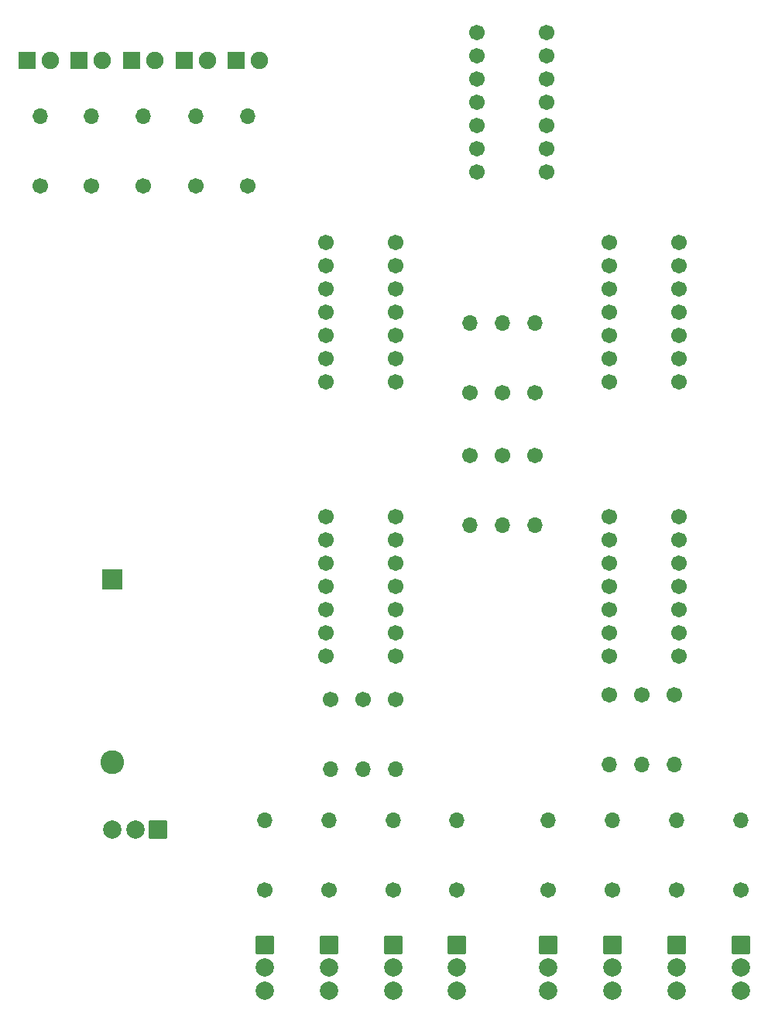
<source format=gts>
%TF.GenerationSoftware,KiCad,Pcbnew,(6.0.4-0)*%
%TF.CreationDate,2022-06-01T22:19:22+01:00*%
%TF.ProjectId,4-bitAdder,342d6269-7441-4646-9465-722e6b696361,v1.0*%
%TF.SameCoordinates,Original*%
%TF.FileFunction,Soldermask,Top*%
%TF.FilePolarity,Negative*%
%FSLAX46Y46*%
G04 Gerber Fmt 4.6, Leading zero omitted, Abs format (unit mm)*
G04 Created by KiCad (PCBNEW (6.0.4-0)) date 2022-06-01 22:19:22*
%MOMM*%
%LPD*%
G01*
G04 APERTURE LIST*
G04 Aperture macros list*
%AMRoundRect*
0 Rectangle with rounded corners*
0 $1 Rounding radius*
0 $2 $3 $4 $5 $6 $7 $8 $9 X,Y pos of 4 corners*
0 Add a 4 corners polygon primitive as box body*
4,1,4,$2,$3,$4,$5,$6,$7,$8,$9,$2,$3,0*
0 Add four circle primitives for the rounded corners*
1,1,$1+$1,$2,$3*
1,1,$1+$1,$4,$5*
1,1,$1+$1,$6,$7*
1,1,$1+$1,$8,$9*
0 Add four rect primitives between the rounded corners*
20,1,$1+$1,$2,$3,$4,$5,0*
20,1,$1+$1,$4,$5,$6,$7,0*
20,1,$1+$1,$6,$7,$8,$9,0*
20,1,$1+$1,$8,$9,$2,$3,0*%
G04 Aperture macros list end*
%ADD10C,1.701800*%
%ADD11C,1.701600*%
%ADD12O,1.701600X1.701600*%
%ADD13RoundRect,0.050800X-0.900000X-0.900000X0.900000X-0.900000X0.900000X0.900000X-0.900000X0.900000X0*%
%ADD14C,1.901600*%
%ADD15RoundRect,0.050800X-1.085000X1.085000X-1.085000X-1.085000X1.085000X-1.085000X1.085000X1.085000X0*%
%ADD16C,2.601600*%
%ADD17RoundRect,0.050800X0.950000X0.950000X-0.950000X0.950000X-0.950000X-0.950000X0.950000X-0.950000X0*%
%ADD18C,2.001600*%
%ADD19RoundRect,0.050800X-0.950000X0.950000X-0.950000X-0.950000X0.950000X-0.950000X0.950000X0.950000X0*%
G04 APERTURE END LIST*
D10*
X107497850Y-83396000D03*
X107497850Y-85936000D03*
X107497850Y-88476000D03*
X107497850Y-91016000D03*
X107497850Y-93556000D03*
X107497850Y-96096000D03*
X107497850Y-98636000D03*
X115117850Y-98636000D03*
X115117850Y-96096000D03*
X115117850Y-93556000D03*
X115117850Y-91016000D03*
X115117850Y-88476000D03*
X115117850Y-85936000D03*
X115117850Y-83396000D03*
D11*
X50780000Y-77216000D03*
D12*
X50780000Y-69596000D03*
D10*
X107497850Y-113396000D03*
X107497850Y-115936000D03*
X107497850Y-118476000D03*
X107497850Y-121016000D03*
X107497850Y-123556000D03*
X107497850Y-126096000D03*
X107497850Y-128636000D03*
X115117850Y-128636000D03*
X115117850Y-126096000D03*
X115117850Y-123556000D03*
X115117850Y-121016000D03*
X115117850Y-118476000D03*
X115117850Y-115936000D03*
X115117850Y-113396000D03*
D13*
X49505000Y-63500000D03*
D14*
X52045000Y-63500000D03*
D13*
X55230000Y-63500000D03*
D14*
X57770000Y-63500000D03*
D11*
X62230000Y-77216000D03*
D12*
X62230000Y-69596000D03*
D15*
X53114000Y-120240300D03*
D16*
X53114000Y-140240300D03*
D17*
X58114000Y-147616000D03*
D18*
X55614000Y-147616000D03*
X53114000Y-147616000D03*
D11*
X107814000Y-154186000D03*
D12*
X107814000Y-146566000D03*
D11*
X76962000Y-133350000D03*
D12*
X76962000Y-140970000D03*
D19*
X76814000Y-160186000D03*
D18*
X76814000Y-162686000D03*
X76814000Y-165186000D03*
D11*
X99314000Y-99822000D03*
D12*
X99314000Y-92202000D03*
D11*
X84074000Y-133350000D03*
D12*
X84074000Y-140970000D03*
D11*
X90814000Y-154186000D03*
D12*
X90814000Y-146566000D03*
D11*
X92202000Y-106680000D03*
D12*
X92202000Y-114300000D03*
D19*
X90814000Y-160186000D03*
D18*
X90814000Y-162686000D03*
X90814000Y-165186000D03*
D11*
X110998000Y-132842000D03*
D12*
X110998000Y-140462000D03*
D11*
X56505000Y-77216000D03*
D12*
X56505000Y-69596000D03*
D11*
X95758000Y-99822000D03*
D12*
X95758000Y-92202000D03*
D11*
X92202000Y-99822000D03*
D12*
X92202000Y-92202000D03*
D10*
X76504800Y-83396000D03*
X76504800Y-85936000D03*
X76504800Y-88476000D03*
X76504800Y-91016000D03*
X76504800Y-93556000D03*
X76504800Y-96096000D03*
X76504800Y-98636000D03*
X84124800Y-98636000D03*
X84124800Y-96096000D03*
X84124800Y-93556000D03*
X84124800Y-91016000D03*
X84124800Y-88476000D03*
X84124800Y-85936000D03*
X84124800Y-83396000D03*
X92964000Y-60452000D03*
X92964000Y-62992000D03*
X92964000Y-65532000D03*
X92964000Y-68072000D03*
X92964000Y-70612000D03*
X92964000Y-73152000D03*
X92964000Y-75692000D03*
X100584000Y-75692000D03*
X100584000Y-73152000D03*
X100584000Y-70612000D03*
X100584000Y-68072000D03*
X100584000Y-65532000D03*
X100584000Y-62992000D03*
X100584000Y-60452000D03*
D13*
X66680000Y-63492000D03*
D14*
X69220000Y-63492000D03*
D13*
X43780000Y-63500000D03*
D14*
X46320000Y-63500000D03*
D11*
X76814000Y-154186000D03*
D12*
X76814000Y-146566000D03*
D19*
X114814000Y-160186000D03*
D18*
X114814000Y-162686000D03*
X114814000Y-165186000D03*
D11*
X45212000Y-77216000D03*
D12*
X45212000Y-69596000D03*
D11*
X107442000Y-132842000D03*
D12*
X107442000Y-140462000D03*
D11*
X80518000Y-133350000D03*
D12*
X80518000Y-140970000D03*
D11*
X114554000Y-132842000D03*
D12*
X114554000Y-140462000D03*
D11*
X114814000Y-154186000D03*
D12*
X114814000Y-146566000D03*
D19*
X83814000Y-160186000D03*
D18*
X83814000Y-162686000D03*
X83814000Y-165186000D03*
D11*
X100814000Y-154186000D03*
D12*
X100814000Y-146566000D03*
D19*
X107814000Y-160186000D03*
D18*
X107814000Y-162686000D03*
X107814000Y-165186000D03*
D11*
X95758000Y-106680000D03*
D12*
X95758000Y-114300000D03*
D11*
X99314000Y-106680000D03*
D12*
X99314000Y-114300000D03*
D19*
X121814000Y-160186000D03*
D18*
X121814000Y-162686000D03*
X121814000Y-165186000D03*
D11*
X121814000Y-154186000D03*
D12*
X121814000Y-146566000D03*
D13*
X60955000Y-63500000D03*
D14*
X63495000Y-63500000D03*
D19*
X69814000Y-160186000D03*
D18*
X69814000Y-162686000D03*
X69814000Y-165186000D03*
D11*
X83814000Y-154186000D03*
D12*
X83814000Y-146566000D03*
D11*
X69814000Y-154186000D03*
D12*
X69814000Y-146566000D03*
D11*
X67945000Y-77216000D03*
D12*
X67945000Y-69596000D03*
D19*
X100814000Y-160186000D03*
D18*
X100814000Y-162686000D03*
X100814000Y-165186000D03*
D10*
X76504800Y-113396000D03*
X76504800Y-115936000D03*
X76504800Y-118476000D03*
X76504800Y-121016000D03*
X76504800Y-123556000D03*
X76504800Y-126096000D03*
X76504800Y-128636000D03*
X84124800Y-128636000D03*
X84124800Y-126096000D03*
X84124800Y-123556000D03*
X84124800Y-121016000D03*
X84124800Y-118476000D03*
X84124800Y-115936000D03*
X84124800Y-113396000D03*
M02*

</source>
